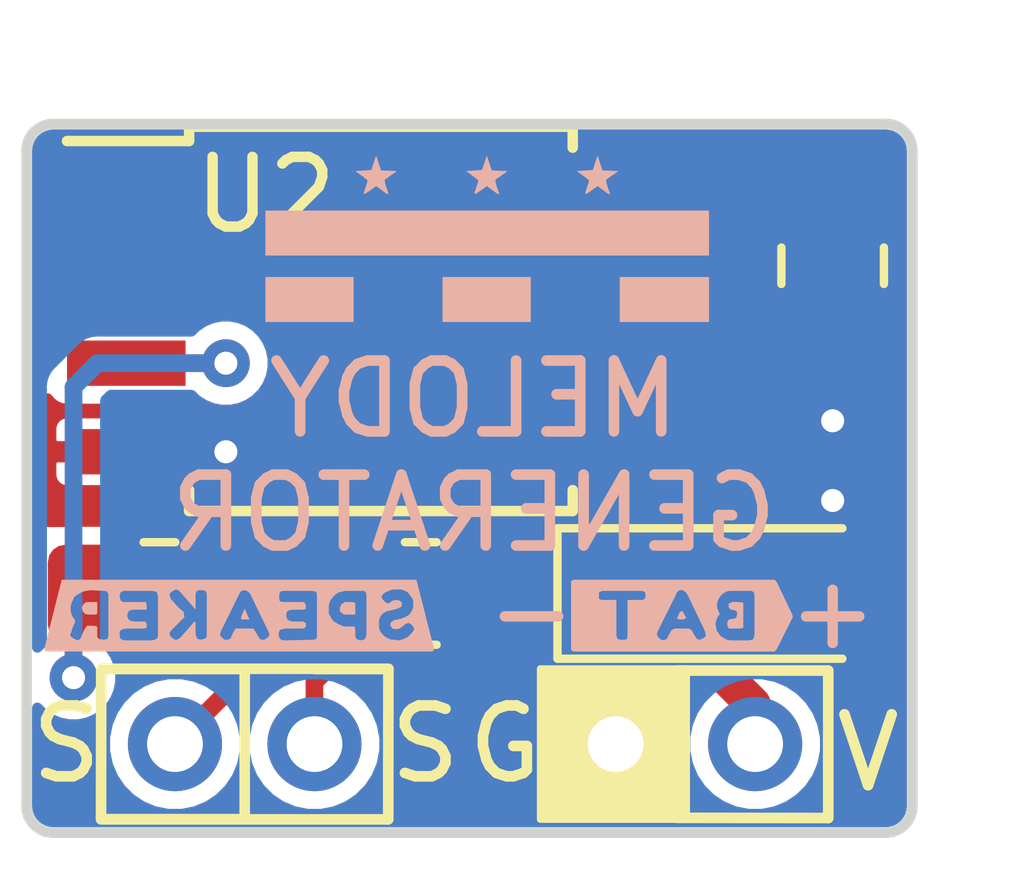
<source format=kicad_pcb>
(kicad_pcb (version 20171130) (host pcbnew 5.1.9+dfsg1-1~bpo10+1)

  (general
    (thickness 1.6)
    (drawings 25)
    (tracks 30)
    (zones 0)
    (modules 10)
    (nets 11)
  )

  (page USLetter)
  (title_block
    (title "ATtiny85 Melody Generator")
    (date 2021-03-31)
    (rev 0)
  )

  (layers
    (0 F.Cu signal)
    (31 B.Cu signal)
    (34 B.Paste user hide)
    (35 F.Paste user hide)
    (36 B.SilkS user)
    (37 F.SilkS user)
    (38 B.Mask user hide)
    (39 F.Mask user hide)
    (40 Dwgs.User user hide)
    (44 Edge.Cuts user)
    (45 Margin user hide)
    (46 B.CrtYd user hide)
    (47 F.CrtYd user hide)
    (48 B.Fab user hide)
    (49 F.Fab user hide)
  )

  (setup
    (last_trace_width 0.254)
    (user_trace_width 0.1524)
    (user_trace_width 0.381)
    (user_trace_width 0.508)
    (user_trace_width 0.635)
    (user_trace_width 0.762)
    (user_trace_width 1.27)
    (user_trace_width 2.032)
    (trace_clearance 0.254)
    (zone_clearance 0.1524)
    (zone_45_only no)
    (trace_min 0.14986)
    (via_size 0.6858)
    (via_drill 0.3302)
    (via_min_size 0.6858)
    (via_min_drill 0.3302)
    (user_via 0.6858 0.3302)
    (user_via 0.762 0.381)
    (user_via 1.016 0.508)
    (user_via 1.27 0.635)
    (uvia_size 0.6858)
    (uvia_drill 0.3302)
    (uvias_allowed no)
    (uvia_min_size 0)
    (uvia_min_drill 0)
    (edge_width 0.1524)
    (segment_width 0.1524)
    (pcb_text_width 0.1524)
    (pcb_text_size 1.016 1.016)
    (mod_edge_width 0.1524)
    (mod_text_size 1.016 1.016)
    (mod_text_width 0.1524)
    (pad_size 1.35 1.35)
    (pad_drill 0.8)
    (pad_to_mask_clearance 0.0508)
    (solder_mask_min_width 0.1016)
    (pad_to_paste_clearance -0.0508)
    (aux_axis_origin 0 0)
    (visible_elements FFFFDF7D)
    (pcbplotparams
      (layerselection 0x310fc_80000001)
      (usegerberextensions true)
      (usegerberattributes false)
      (usegerberadvancedattributes false)
      (creategerberjobfile false)
      (excludeedgelayer true)
      (linewidth 0.100000)
      (plotframeref false)
      (viasonmask false)
      (mode 1)
      (useauxorigin false)
      (hpglpennumber 1)
      (hpglpenspeed 20)
      (hpglpendiameter 15.000000)
      (psnegative false)
      (psa4output false)
      (plotreference true)
      (plotvalue true)
      (plotinvisibletext false)
      (padsonsilk false)
      (subtractmaskfromsilk false)
      (outputformat 1)
      (mirror false)
      (drillshape 0)
      (scaleselection 1)
      (outputdirectory "gerbers"))
  )

  (net 0 "")
  (net 1 GND)
  (net 2 VCC)
  (net 3 "Net-(J2-Pad2)")
  (net 4 "Net-(J2-Pad1)")
  (net 5 "Net-(R1-Pad2)")
  (net 6 "Net-(R2-Pad2)")
  (net 7 "Net-(U2-Pad1)")
  (net 8 "Net-(U2-Pad2)")
  (net 9 "Net-(U2-Pad5)")
  (net 10 "Net-(U2-Pad7)")

  (net_class Default "This is the default net class."
    (clearance 0.254)
    (trace_width 0.254)
    (via_dia 0.6858)
    (via_drill 0.3302)
    (uvia_dia 0.6858)
    (uvia_drill 0.3302)
    (add_net GND)
    (add_net "Net-(J2-Pad1)")
    (add_net "Net-(J2-Pad2)")
    (add_net "Net-(R1-Pad2)")
    (add_net "Net-(R2-Pad2)")
    (add_net "Net-(U2-Pad1)")
    (add_net "Net-(U2-Pad2)")
    (add_net "Net-(U2-Pad5)")
    (add_net "Net-(U2-Pad7)")
    (add_net VCC)
  )

  (module buzzard_labels (layer B.Cu) (tedit 6046D8F) (tstamp 6046DC45)
    (at 135.89 91.3765 180)
    (attr virtual)
    (fp_text reference "" (at 0 0) (layer B.SilkS)
      (effects (font (size 1.27 1.27) (thickness 0.15)) (justify mirror))
    )
    (fp_text value "" (at 0 0) (layer B.SilkS)
      (effects (font (size 1.27 1.27) (thickness 0.15)) (justify mirror))
    )
    (fp_poly (pts (xy -0.13 0.06) (xy -0.18 -0.03) (xy -0.15 -0.05) (xy -0.1 -0.05)
      (xy -0.06 -0.04) (xy -0.1 0.05) (xy -0.13 0.06)) (layer B.SilkS) (width 0.01))
    (fp_poly (pts (xy -0.78 -0.09) (xy -0.8 -0.06) (xy -0.86 -0.05) (xy -0.9 -0.04)
      (xy -0.92 0) (xy -0.92 0.06) (xy -0.89 0.08) (xy -0.83 0.09)
      (xy -0.8 0.12) (xy -0.8 0.17) (xy -0.85 0.19) (xy -0.95 0.19)
      (xy -1 0.18) (xy -1 -0.17) (xy -0.96 -0.18) (xy -0.85 -0.18)
      (xy -0.8 -0.18) (xy -0.78 -0.14) (xy -0.78 -0.09)) (layer B.SilkS) (width 0.01))
    (fp_poly (pts (xy -1.24 0.51) (xy -1.45 0.51) (xy -1.48 0.48) (xy -1.7 0.02)
      (xy -1.71 -0.02) (xy -1.48 -0.48) (xy -1.45 -0.51) (xy 1.44 -0.51)
      (xy 1.46 -0.48) (xy 1.46 0.49) (xy 1.43 0.51) (xy 1.07 0.34)
      (xy 1.07 0.29) (xy 1.07 0.24) (xy 1.03 0.22) (xy 0.97 0.22)
      (xy 0.82 0.22) (xy 0.82 -0.29) (xy 0.8 -0.34) (xy 0.76 -0.35)
      (xy 0.7 -0.35) (xy 0.66 -0.34) (xy 0.65 -0.29) (xy 0.65 0.17)
      (xy 0.65 0.22) (xy 0.44 0.22) (xy 0.4 0.24) (xy 0.39 0.29)
      (xy 0.4 0.34) (xy 0.44 0.36) (xy 0.46 0.36) (xy 1.02 0.36)
      (xy 1.06 0.34) (xy 1.43 0.51) (xy -1.21 0.51) (xy -1.12 0.36)
      (xy -1.06 0.36) (xy -0.86 0.36) (xy -0.81 0.36) (xy -0.76 0.35)
      (xy -0.71 0.32) (xy -0.68 0.29) (xy -0.65 0.25) (xy -0.63 0.2)
      (xy -0.62 0.15) (xy -0.63 0.1) (xy -0.65 0.05) (xy -0.66 0.02)
      (xy -0.63 -0.02) (xy -0.61 -0.07) (xy -0.6 -0.12) (xy -0.61 -0.17)
      (xy -0.62 -0.22) (xy -0.47 -0.26) (xy -0.45 -0.2) (xy -0.21 0.3)
      (xy -0.18 0.34) (xy -0.14 0.37) (xy -0.09 0.37) (xy -0.05 0.34)
      (xy -0.03 0.29) (xy 0.22 -0.21) (xy 0.24 -0.26) (xy 0.23 -0.3)
      (xy 0.19 -0.34) (xy 0.14 -0.36) (xy 0.09 -0.34) (xy 0.07 -0.3)
      (xy 0.02 -0.21) (xy -0.02 -0.19) (xy -0.22 -0.19) (xy -0.26 -0.21)
      (xy -0.31 -0.3) (xy -0.34 -0.34) (xy -0.38 -0.35) (xy -0.43 -0.33)
      (xy -0.47 -0.3) (xy -0.47 -0.26) (xy -0.62 -0.22) (xy -0.65 -0.26)
      (xy -0.68 -0.3) (xy -0.73 -0.33) (xy -0.77 -0.35) (xy -0.82 -0.36)
      (xy -1.08 -0.36) (xy -1.14 -0.35) (xy -1.16 -0.32) (xy -1.17 -0.27)
      (xy -1.17 0.29) (xy -1.16 0.34) (xy -1.12 0.36) (xy -1.21 0.51)
      (xy -1.24 0.51)) (layer B.SilkS) (width 0.01))
  )

  (module buzzard_labels (layer B.Cu) (tedit 6046D8C) (tstamp 6046DB47)
    (at 129.667 91.3765 180)
    (attr virtual)
    (fp_text reference "" (at 0 0) (layer B.SilkS)
      (effects (font (size 1.27 1.27) (thickness 0.15)) (justify mirror))
    )
    (fp_text value "" (at 0 0) (layer B.SilkS)
      (effects (font (size 1.27 1.27) (thickness 0.15)) (justify mirror))
    )
    (fp_poly (pts (xy 2.06 0.02) (xy 2.16 0.02) (xy 2.21 0.03) (xy 2.24 0.07)
      (xy 2.25 0.12) (xy 2.23 0.16) (xy 2.19 0.19) (xy 2.14 0.19)
      (xy 2.09 0.19) (xy 2.04 0.19) (xy 2.04 0.03) (xy 2.06 0.02)) (layer B.SilkS) (width 0.01))
    (fp_poly (pts (xy -0.08 0.09) (xy -0.12 -0.01) (xy -0.14 -0.05) (xy -0.04 -0.05)
      (xy -0.03 -0.03) (xy -0.07 0.07) (xy -0.08 0.09)) (layer B.SilkS) (width 0.01))
    (fp_poly (pts (xy -1.49 0.03) (xy -1.45 0.06) (xy -1.45 0.12) (xy -1.47 0.16)
      (xy -1.52 0.19) (xy -1.62 0.19) (xy -1.66 0.18) (xy -1.66 0.02)
      (xy -1.61 0.02) (xy -1.51 0.02) (xy -1.49 0.03)) (layer B.SilkS) (width 0.01))
    (fp_poly (pts (xy -2.54 0.5) (xy -2.42 0.34) (xy -2.38 0.36) (xy -2.33 0.38)
      (xy -2.27 0.38) (xy -2.22 0.38) (xy -2.17 0.37) (xy -2.12 0.35)
      (xy -2.08 0.33) (xy -2.04 0.29) (xy -2.04 0.25) (xy -2.08 0.2)
      (xy -2.12 0.17) (xy -2.16 0.18) (xy -2.2 0.21) (xy -2.25 0.22)
      (xy -2.3 0.21) (xy -2.33 0.18) (xy -2.32 0.13) (xy -2.28 0.11)
      (xy -2.18 0.08) (xy -2.12 0.07) (xy -2.08 0.05) (xy -2.04 0.02)
      (xy -2.01 -0.03) (xy -2 -0.07) (xy -2 -0.13) (xy -2 -0.18)
      (xy -2.02 -0.23) (xy -1.83 -0.27) (xy -1.83 0.29) (xy -1.82 0.34)
      (xy -1.79 0.36) (xy -1.72 0.36) (xy -1.52 0.36) (xy -1.48 0.35)
      (xy -1.43 0.34) (xy -1.38 0.31) (xy -1.34 0.27) (xy -1.31 0.23)
      (xy -1.29 0.19) (xy -1.12 0.26) (xy -1.12 0.32) (xy -1.1 0.35)
      (xy -1.04 0.36) (xy -0.63 0.36) (xy -0.59 0.35) (xy -0.57 0.31)
      (xy -0.57 0.24) (xy -0.58 0.2) (xy -0.63 0.19) (xy -0.93 0.19)
      (xy -0.95 0.15) (xy -0.95 0.1) (xy -0.92 0.09) (xy -0.76 0.09)
      (xy -0.71 0.08) (xy -0.68 0.06) (xy -0.67 0) (xy -0.68 -0.05)
      (xy -0.72 -0.08) (xy -0.77 -0.09) (xy -0.92 -0.09) (xy -0.95 -0.11)
      (xy -0.95 -0.16) (xy -0.92 -0.18) (xy -0.67 -0.18) (xy -0.62 -0.19)
      (xy -0.58 -0.2) (xy -0.56 -0.25) (xy -0.44 -0.28) (xy -0.43 -0.24)
      (xy -0.16 0.32) (xy -0.13 0.35) (xy -0.08 0.37) (xy -0.03 0.36)
      (xy 0 0.32) (xy 0.27 -0.23) (xy 0.28 -0.28) (xy 0.46 -0.25)
      (xy 0.46 0.31) (xy 0.47 0.35) (xy 0.51 0.37) (xy 0.58 0.37)
      (xy 0.62 0.35) (xy 0.63 0.3) (xy 0.63 0.1) (xy 0.83 0.33)
      (xy 0.87 0.37) (xy 0.91 0.38) (xy 0.95 0.36) (xy 1 0.32)
      (xy 1 0.28) (xy 1.16 0.27) (xy 1.17 0.33) (xy 1.19 0.35)
      (xy 1.25 0.36) (xy 1.6 0.36) (xy 1.66 0.36) (xy 1.7 0.34)
      (xy 1.72 0.3) (xy 1.71 0.23) (xy 1.69 0.2) (xy 1.65 0.19)
      (xy 1.34 0.19) (xy 1.33 0.15) (xy 1.33 0.09) (xy 1.37 0.09)
      (xy 1.53 0.09) (xy 1.57 0.08) (xy 1.6 0.05) (xy 1.61 -0.01)
      (xy 1.59 -0.06) (xy 1.56 -0.08) (xy 1.5 -0.09) (xy 1.35 -0.09)
      (xy 1.33 -0.12) (xy 1.33 -0.17) (xy 1.37 -0.18) (xy 1.62 -0.18)
      (xy 1.67 -0.19) (xy 1.71 -0.21) (xy 1.72 -0.27) (xy 1.87 -0.25)
      (xy 1.87 0.31) (xy 1.89 0.35) (xy 1.93 0.36) (xy 2.14 0.37)
      (xy 2.19 0.36) (xy 2.24 0.35) (xy 2.28 0.33) (xy 2.33 0.3)
      (xy 2.37 0.27) (xy 2.39 0.22) (xy 2.41 0.18) (xy 2.42 0.13)
      (xy 2.42 0.07) (xy 2.41 0.02) (xy 2.39 -0.02) (xy 2.36 -0.06)
      (xy 2.36 -0.1) (xy 2.4 -0.19) (xy 2.41 -0.23) (xy 2.43 -0.28)
      (xy 2.41 -0.31) (xy 2.36 -0.34) (xy 2.31 -0.36) (xy 2.27 -0.33)
      (xy 2.22 -0.21) (xy 2.18 -0.15) (xy 2.08 -0.15) (xy 2.04 -0.16)
      (xy 2.04 -0.27) (xy 2.04 -0.31) (xy 2.01 -0.34) (xy 1.94 -0.35)
      (xy 1.89 -0.34) (xy 1.87 -0.3) (xy 1.87 -0.25) (xy 1.72 -0.27)
      (xy 1.71 -0.33) (xy 1.68 -0.35) (xy 1.63 -0.36) (xy 1.27 -0.36)
      (xy 1.21 -0.35) (xy 1.17 -0.33) (xy 1.16 -0.29) (xy 1.16 -0.24)
      (xy 1.16 0.27) (xy 1 0.28) (xy 0.98 0.23) (xy 0.95 0.2)
      (xy 0.89 0.13) (xy 0.8 0.05) (xy 0.79 -0.02) (xy 0.97 -0.2)
      (xy 1 -0.24) (xy 1 -0.28) (xy 0.97 -0.32) (xy 0.92 -0.35)
      (xy 0.89 -0.35) (xy 0.84 -0.32) (xy 0.64 -0.09) (xy 0.63 -0.1)
      (xy 0.63 -0.25) (xy 0.62 -0.3) (xy 0.6 -0.34) (xy 0.54 -0.35)
      (xy 0.48 -0.33) (xy 0.46 -0.3) (xy 0.46 -0.25) (xy 0.28 -0.28)
      (xy 0.26 -0.31) (xy 0.21 -0.35) (xy 0.16 -0.35) (xy 0.12 -0.33)
      (xy 0.08 -0.24) (xy 0.05 -0.19) (xy -0.2 -0.19) (xy -0.23 -0.23)
      (xy -0.28 -0.32) (xy -0.31 -0.35) (xy -0.36 -0.35) (xy -0.41 -0.32)
      (xy -0.44 -0.28) (xy -0.56 -0.26) (xy -0.57 -0.32) (xy -0.6 -0.35)
      (xy -0.65 -0.36) (xy -1.06 -0.35) (xy -1.11 -0.34) (xy -1.12 -0.3)
      (xy -1.12 -0.25) (xy -1.12 0.26) (xy -1.29 0.19) (xy -1.28 0.14)
      (xy -1.28 0.08) (xy -1.28 0.03) (xy -1.3 -0.01) (xy -1.33 -0.06)
      (xy -1.36 -0.09) (xy -1.41 -0.12) (xy -1.45 -0.14) (xy -1.5 -0.16)
      (xy -1.55 -0.16) (xy -1.65 -0.16) (xy -1.66 -0.2) (xy -1.66 -0.25)
      (xy -1.66 -0.3) (xy -1.68 -0.34) (xy -1.73 -0.36) (xy -1.79 -0.35)
      (xy -1.82 -0.32) (xy -1.83 -0.27) (xy -2.02 -0.23) (xy -2.05 -0.27)
      (xy -2.08 -0.3) (xy -2.13 -0.33) (xy -2.18 -0.35) (xy -2.23 -0.35)
      (xy -2.28 -0.36) (xy -2.33 -0.35) (xy -2.38 -0.33) (xy -2.42 -0.31)
      (xy -2.46 -0.27) (xy -2.51 -0.21) (xy -2.51 -0.17) (xy -2.47 -0.12)
      (xy -2.43 -0.1) (xy -2.39 -0.11) (xy -2.34 -0.15) (xy -2.3 -0.18)
      (xy -2.25 -0.19) (xy -2.2 -0.18) (xy -2.17 -0.14) (xy -2.18 -0.1)
      (xy -2.22 -0.07) (xy -2.32 -0.05) (xy -2.37 -0.03) (xy -2.41 -0.01)
      (xy -2.45 0.02) (xy -2.48 0.07) (xy -2.5 0.11) (xy -2.5 0.16)
      (xy -2.5 0.22) (xy -2.48 0.26) (xy -2.45 0.3) (xy -2.42 0.34)
      (xy -2.54 0.5) (xy -2.79 -0.48) (xy -2.77 -0.51) (xy 2.77 -0.51)
      (xy 2.79 -0.48) (xy 2.54 0.51) (xy 2.49 0.51) (xy -2.54 0.51)
      (xy -2.54 0.5)) (layer B.SilkS) (width 0.01))
  )

  (module User_PCB_Libraries:DCelectronics_logo3 (layer B.Cu) (tedit 0) (tstamp 60473545)
    (at 133.223 86.36 180)
    (fp_text reference G*** (at 0 0) (layer B.SilkS) hide
      (effects (font (size 1.524 1.524) (thickness 0.3)) (justify mirror))
    )
    (fp_text value LOGO (at 0.75 0) (layer B.SilkS) hide
      (effects (font (size 1.524 1.524) (thickness 0.3)) (justify mirror))
    )
    (fp_poly (pts (xy -1.905 -0.801309) (xy -3.175 -0.801309) (xy -3.175 -0.166309) (xy -1.905 -0.166309)
      (xy -1.905 -0.801309)) (layer B.SilkS) (width 0.01))
    (fp_poly (pts (xy 0.635 -0.801309) (xy -0.619881 -0.801309) (xy -0.619881 -0.166309) (xy 0.635 -0.166309)
      (xy 0.635 -0.801309)) (layer B.SilkS) (width 0.01))
    (fp_poly (pts (xy 3.175 -0.801309) (xy 1.920119 -0.801309) (xy 1.920119 -0.166309) (xy 3.175 -0.166309)
      (xy 3.175 -0.801309)) (layer B.SilkS) (width 0.01))
    (fp_poly (pts (xy 3.175 0.151191) (xy -3.175 0.151191) (xy -3.175 0.786191) (xy 3.175 0.786191)
      (xy 3.175 0.151191)) (layer B.SilkS) (width 0.01))
    (fp_poly (pts (xy -1.517032 1.368274) (xy -1.406879 1.360715) (xy -1.296726 1.353155) (xy -1.381311 1.292679)
      (xy -1.423596 1.261271) (xy -1.454033 1.236423) (xy -1.466206 1.223381) (xy -1.466222 1.22323)
      (xy -1.461831 1.205246) (xy -1.450084 1.167509) (xy -1.436271 1.126256) (xy -1.421184 1.079438)
      (xy -1.412203 1.045605) (xy -1.411097 1.03315) (xy -1.424914 1.038669) (xy -1.456325 1.058022)
      (xy -1.498614 1.087063) (xy -1.499888 1.087974) (xy -1.583576 1.147902) (xy -1.663864 1.087999)
      (xy -1.711798 1.052814) (xy -1.73988 1.03432) (xy -1.752107 1.030616) (xy -1.752473 1.039802)
      (xy -1.75007 1.046995) (xy -1.723376 1.124367) (xy -1.706447 1.184531) (xy -1.700183 1.223789)
      (xy -1.703596 1.237755) (xy -1.722693 1.251127) (xy -1.758006 1.276) (xy -1.792334 1.300239)
      (xy -1.867203 1.353155) (xy -1.758609 1.357577) (xy -1.650015 1.361998) (xy -1.616266 1.46341)
      (xy -1.582518 1.564822) (xy -1.517032 1.368274)) (layer B.SilkS) (width 0.01))
    (fp_poly (pts (xy 0.070468 1.368274) (xy 0.180621 1.360715) (xy 0.290774 1.353155) (xy 0.206189 1.292679)
      (xy 0.163904 1.261271) (xy 0.133467 1.236423) (xy 0.121294 1.223381) (xy 0.121278 1.22323)
      (xy 0.125669 1.205246) (xy 0.137416 1.167509) (xy 0.151229 1.126256) (xy 0.166316 1.079438)
      (xy 0.175297 1.045605) (xy 0.176403 1.03315) (xy 0.162586 1.038669) (xy 0.131175 1.058022)
      (xy 0.088886 1.087063) (xy 0.087612 1.087974) (xy 0.003924 1.147902) (xy -0.076364 1.087999)
      (xy -0.124298 1.052814) (xy -0.15238 1.03432) (xy -0.164607 1.030616) (xy -0.164973 1.039802)
      (xy -0.16257 1.046995) (xy -0.135876 1.124367) (xy -0.118947 1.184531) (xy -0.112683 1.223789)
      (xy -0.116096 1.237755) (xy -0.135193 1.251127) (xy -0.170506 1.276) (xy -0.204834 1.300239)
      (xy -0.279703 1.353155) (xy -0.171109 1.357577) (xy -0.062515 1.361998) (xy -0.028766 1.46341)
      (xy 0.004982 1.564822) (xy 0.070468 1.368274)) (layer B.SilkS) (width 0.01))
    (fp_poly (pts (xy 1.657968 1.368274) (xy 1.768121 1.360715) (xy 1.878274 1.353155) (xy 1.793689 1.292679)
      (xy 1.751404 1.261271) (xy 1.720967 1.236423) (xy 1.708794 1.223381) (xy 1.708778 1.22323)
      (xy 1.713169 1.205246) (xy 1.724916 1.167509) (xy 1.738729 1.126256) (xy 1.753816 1.079438)
      (xy 1.762797 1.045605) (xy 1.763903 1.03315) (xy 1.750086 1.038669) (xy 1.718675 1.058022)
      (xy 1.676386 1.087063) (xy 1.675112 1.087974) (xy 1.591424 1.147902) (xy 1.511136 1.087999)
      (xy 1.463202 1.052814) (xy 1.43512 1.03432) (xy 1.422893 1.030616) (xy 1.422527 1.039802)
      (xy 1.42493 1.046995) (xy 1.451624 1.124367) (xy 1.468553 1.184531) (xy 1.474817 1.223789)
      (xy 1.471404 1.237755) (xy 1.452307 1.251127) (xy 1.416994 1.276) (xy 1.382666 1.300239)
      (xy 1.307797 1.353155) (xy 1.416391 1.357577) (xy 1.524985 1.361998) (xy 1.558734 1.46341)
      (xy 1.592482 1.564822) (xy 1.657968 1.368274)) (layer B.SilkS) (width 0.01))
  )

  (module Resistor_SMD:R_0805_2012Metric_Pad1.20x1.40mm_HandSolder (layer F.Cu) (tedit 5F68FEEE) (tstamp 60472760)
    (at 128.524 91.059 180)
    (descr "Resistor SMD 0805 (2012 Metric), square (rectangular) end terminal, IPC_7351 nominal with elongated pad for handsoldering. (Body size source: IPC-SM-782 page 72, https://www.pcb-3d.com/wordpress/wp-content/uploads/ipc-sm-782a_amendment_1_and_2.pdf), generated with kicad-footprint-generator")
    (tags "resistor handsolder")
    (path /6046E56C)
    (attr smd)
    (fp_text reference R2 (at 0 -1.65 180) (layer F.SilkS) hide
      (effects (font (size 1 1) (thickness 0.15)))
    )
    (fp_text value 33 (at 0 1.65 180) (layer F.Fab)
      (effects (font (size 1 1) (thickness 0.15)))
    )
    (fp_line (start 1.85 0.95) (end -1.85 0.95) (layer F.CrtYd) (width 0.05))
    (fp_line (start 1.85 -0.95) (end 1.85 0.95) (layer F.CrtYd) (width 0.05))
    (fp_line (start -1.85 -0.95) (end 1.85 -0.95) (layer F.CrtYd) (width 0.05))
    (fp_line (start -1.85 0.95) (end -1.85 -0.95) (layer F.CrtYd) (width 0.05))
    (fp_line (start -0.227064 0.735) (end 0.227064 0.735) (layer F.SilkS) (width 0.12))
    (fp_line (start -0.227064 -0.735) (end 0.227064 -0.735) (layer F.SilkS) (width 0.12))
    (fp_line (start 1 0.625) (end -1 0.625) (layer F.Fab) (width 0.1))
    (fp_line (start 1 -0.625) (end 1 0.625) (layer F.Fab) (width 0.1))
    (fp_line (start -1 -0.625) (end 1 -0.625) (layer F.Fab) (width 0.1))
    (fp_line (start -1 0.625) (end -1 -0.625) (layer F.Fab) (width 0.1))
    (fp_text user %R (at 0 0 180) (layer F.Fab)
      (effects (font (size 0.5 0.5) (thickness 0.08)))
    )
    (pad 2 smd roundrect (at 1 0 180) (size 1.2 1.4) (layers F.Cu F.Paste F.Mask) (roundrect_rratio 0.208333)
      (net 6 "Net-(R2-Pad2)"))
    (pad 1 smd roundrect (at -1 0 180) (size 1.2 1.4) (layers F.Cu F.Paste F.Mask) (roundrect_rratio 0.208333)
      (net 3 "Net-(J2-Pad2)"))
    (model ${KISYS3DMOD}/Resistor_SMD.3dshapes/R_0805_2012Metric.wrl
      (at (xyz 0 0 0))
      (scale (xyz 1 1 1))
      (rotate (xyz 0 0 0))
    )
  )

  (module Connector_PinHeader_2.00mm:PinHeader_1x02_P2.00mm_Vertical (layer F.Cu) (tedit 6046CBAC) (tstamp 6047273F)
    (at 130.7465 93.218 270)
    (descr "Through hole straight pin header, 1x02, 2.00mm pitch, single row")
    (tags "Through hole pin header THT 1x02 2.00mm single row")
    (path /6046EBE1)
    (fp_text reference J2 (at 0 -2.06 90) (layer F.SilkS) hide
      (effects (font (size 1 1) (thickness 0.15)))
    )
    (fp_text value Conn_01x02_Male (at 0 4.06 90) (layer F.Fab)
      (effects (font (size 1 1) (thickness 0.15)))
    )
    (fp_line (start 1.5 -1.5) (end -1.5 -1.5) (layer F.CrtYd) (width 0.05))
    (fp_line (start 1.5 3.5) (end 1.5 -1.5) (layer F.CrtYd) (width 0.05))
    (fp_line (start -1.5 3.5) (end 1.5 3.5) (layer F.CrtYd) (width 0.05))
    (fp_line (start -1.5 -1.5) (end -1.5 3.5) (layer F.CrtYd) (width 0.05))
    (fp_line (start -1.06 -1.06) (end 0 -1.06) (layer F.SilkS) (width 0.12))
    (fp_line (start -1.06 0) (end -1.06 -1.06) (layer F.SilkS) (width 0.12))
    (fp_line (start -1.06 1) (end 1.06 1) (layer F.SilkS) (width 0.12))
    (fp_line (start 1.06 1) (end 1.06 3.06) (layer F.SilkS) (width 0.12))
    (fp_line (start -1.06 1) (end -1.06 3.06) (layer F.SilkS) (width 0.12))
    (fp_line (start -1.06 3.06) (end 1.06 3.06) (layer F.SilkS) (width 0.12))
    (fp_line (start -1 -0.5) (end -0.5 -1) (layer F.Fab) (width 0.1))
    (fp_line (start -1 3) (end -1 -0.5) (layer F.Fab) (width 0.1))
    (fp_line (start 1 3) (end -1 3) (layer F.Fab) (width 0.1))
    (fp_line (start 1 -1) (end 1 3) (layer F.Fab) (width 0.1))
    (fp_line (start -0.5 -1) (end 1 -1) (layer F.Fab) (width 0.1))
    (fp_text user %R (at 0 1) (layer F.Fab)
      (effects (font (size 1 1) (thickness 0.15)))
    )
    (pad 2 thru_hole oval (at 0 2 270) (size 1.35 1.35) (drill 0.8) (layers *.Cu *.Mask)
      (net 3 "Net-(J2-Pad2)"))
    (pad 1 thru_hole circle (at 0 0 270) (size 1.35 1.35) (drill 0.8) (layers *.Cu *.Mask)
      (net 4 "Net-(J2-Pad1)"))
  )

  (module Capacitor_SMD:C_0805_2012Metric_Pad1.18x1.45mm_HandSolder (layer F.Cu) (tedit 5FF64068) (tstamp 601472ED)
    (at 138.176 86.36 270)
    (descr "Capacitor SMD 0805 (2012 Metric), square (rectangular) end terminal, IPC_7351 nominal with elongated pad for handsoldering. (Body size source: IPC-SM-782 page 76, https://www.pcb-3d.com/wordpress/wp-content/uploads/ipc-sm-782a_amendment_1_and_2.pdf, https://docs.google.com/spreadsheets/d/1BsfQQcO9C6DZCsRaXUlFlo91Tg2WpOkGARC1WS5S8t0/edit?usp=sharing), generated with kicad-footprint-generator")
    (tags "capacitor handsolder")
    (path /5FF6755D)
    (attr smd)
    (fp_text reference C1 (at -0.127 0) (layer F.SilkS) hide
      (effects (font (size 1 1) (thickness 0.15)))
    )
    (fp_text value 100nF (at 0 1.68 270) (layer F.Fab)
      (effects (font (size 1 1) (thickness 0.15)))
    )
    (fp_line (start -1 0.625) (end -1 -0.625) (layer F.Fab) (width 0.1))
    (fp_line (start -1 -0.625) (end 1 -0.625) (layer F.Fab) (width 0.1))
    (fp_line (start 1 -0.625) (end 1 0.625) (layer F.Fab) (width 0.1))
    (fp_line (start 1 0.625) (end -1 0.625) (layer F.Fab) (width 0.1))
    (fp_line (start -0.261252 -0.735) (end 0.261252 -0.735) (layer F.SilkS) (width 0.12))
    (fp_line (start -0.261252 0.735) (end 0.261252 0.735) (layer F.SilkS) (width 0.12))
    (fp_line (start -1.88 0.98) (end -1.88 -0.98) (layer F.CrtYd) (width 0.05))
    (fp_line (start -1.88 -0.98) (end 1.88 -0.98) (layer F.CrtYd) (width 0.05))
    (fp_line (start 1.88 -0.98) (end 1.88 0.98) (layer F.CrtYd) (width 0.05))
    (fp_line (start 1.88 0.98) (end -1.88 0.98) (layer F.CrtYd) (width 0.05))
    (fp_text user %R (at 0 0 270) (layer F.Fab)
      (effects (font (size 0.5 0.5) (thickness 0.08)))
    )
    (pad 2 smd roundrect (at 1.0375 0 270) (size 1.175 1.45) (layers F.Cu F.Paste F.Mask) (roundrect_rratio 0.212766)
      (net 1 GND))
    (pad 1 smd roundrect (at -1.0375 0 270) (size 1.175 1.45) (layers F.Cu F.Paste F.Mask) (roundrect_rratio 0.212766)
      (net 2 VCC))
    (model ${KISYS3DMOD}/Capacitor_SMD.3dshapes/C_0805_2012Metric.wrl
      (at (xyz 0 0 0))
      (scale (xyz 1 1 1))
      (rotate (xyz 0 0 0))
    )
  )

  (module Capacitor_Tantalum_SMD:CP_EIA-3216-10_Kemet-I_Pad1.58x1.35mm_HandSolder (layer F.Cu) (tedit 5FF6407A) (tstamp 60147300)
    (at 136.7155 91.059)
    (descr "Tantalum Capacitor SMD Kemet-I (3216-10 Metric), IPC_7351 nominal, (Body size from: http://www.kemet.com/Lists/ProductCatalog/Attachments/253/KEM_TC101_STD.pdf), generated with kicad-footprint-generator")
    (tags "capacitor tantalum")
    (path /5FF5F73A)
    (attr smd)
    (fp_text reference C2 (at 0 0 90) (layer F.SilkS) hide
      (effects (font (size 1 1) (thickness 0.15)))
    )
    (fp_text value 100uF (at 0 1.75) (layer F.Fab)
      (effects (font (size 1 1) (thickness 0.15)))
    )
    (fp_line (start 2.48 1.05) (end -2.48 1.05) (layer F.CrtYd) (width 0.05))
    (fp_line (start 2.48 -1.05) (end 2.48 1.05) (layer F.CrtYd) (width 0.05))
    (fp_line (start -2.48 -1.05) (end 2.48 -1.05) (layer F.CrtYd) (width 0.05))
    (fp_line (start -2.48 1.05) (end -2.48 -1.05) (layer F.CrtYd) (width 0.05))
    (fp_line (start -2.485 0.935) (end 1.6 0.935) (layer F.SilkS) (width 0.12))
    (fp_line (start -2.485 -0.935) (end -2.485 0.935) (layer F.SilkS) (width 0.12))
    (fp_line (start 1.6 -0.935) (end -2.485 -0.935) (layer F.SilkS) (width 0.12))
    (fp_line (start 1.6 0.8) (end 1.6 -0.8) (layer F.Fab) (width 0.1))
    (fp_line (start -1.6 0.8) (end 1.6 0.8) (layer F.Fab) (width 0.1))
    (fp_line (start -1.6 -0.4) (end -1.6 0.8) (layer F.Fab) (width 0.1))
    (fp_line (start -1.2 -0.8) (end -1.6 -0.4) (layer F.Fab) (width 0.1))
    (fp_line (start 1.6 -0.8) (end -1.2 -0.8) (layer F.Fab) (width 0.1))
    (fp_text user %R (at 0 0) (layer F.Fab)
      (effects (font (size 0.8 0.8) (thickness 0.12)))
    )
    (pad 1 smd roundrect (at -1.4375 0) (size 1.575 1.35) (layers F.Cu F.Paste F.Mask) (roundrect_rratio 0.185185)
      (net 2 VCC))
    (pad 2 smd roundrect (at 1.4375 0) (size 1.575 1.35) (layers F.Cu F.Paste F.Mask) (roundrect_rratio 0.185185)
      (net 1 GND))
    (model ${KISYS3DMOD}/Capacitor_Tantalum_SMD.3dshapes/CP_EIA-3216-10_Kemet-I.wrl
      (at (xyz 0 0 0))
      (scale (xyz 1 1 1))
      (rotate (xyz 0 0 0))
    )
  )

  (module Connector_PinHeader_2.00mm:PinHeader_1x02_P2.00mm_Vertical (layer F.Cu) (tedit 6046CBBC) (tstamp 6014736D)
    (at 137.0645 93.218 270)
    (descr "Through hole straight pin header, 1x02, 2.00mm pitch, single row")
    (tags "Through hole pin header THT 1x02 2.00mm single row")
    (path /5FF629A0)
    (fp_text reference J1 (at -1.968 0.042) (layer F.SilkS) hide
      (effects (font (size 1 1) (thickness 0.15)))
    )
    (fp_text value Conn_01x02_Male (at 0 4.06 270) (layer F.Fab)
      (effects (font (size 1 1) (thickness 0.15)))
    )
    (fp_line (start -0.5 -1) (end 1 -1) (layer F.Fab) (width 0.1))
    (fp_line (start 1 -1) (end 1 3) (layer F.Fab) (width 0.1))
    (fp_line (start 1 3) (end -1 3) (layer F.Fab) (width 0.1))
    (fp_line (start -1 3) (end -1 -0.5) (layer F.Fab) (width 0.1))
    (fp_line (start -1 -0.5) (end -0.5 -1) (layer F.Fab) (width 0.1))
    (fp_line (start -1.06 3.06) (end 1.06 3.06) (layer F.SilkS) (width 0.12))
    (fp_line (start -1.06 1) (end -1.06 3.06) (layer F.SilkS) (width 0.12))
    (fp_line (start 1.06 1) (end 1.06 3.06) (layer F.SilkS) (width 0.12))
    (fp_line (start -1.06 1) (end 1.06 1) (layer F.SilkS) (width 0.12))
    (fp_line (start -1.06 0) (end -1.06 -1.06) (layer F.SilkS) (width 0.12))
    (fp_line (start -1.06 -1.06) (end 0 -1.06) (layer F.SilkS) (width 0.12))
    (fp_line (start -1.5 -1.5) (end -1.5 3.5) (layer F.CrtYd) (width 0.05))
    (fp_line (start -1.5 3.5) (end 1.5 3.5) (layer F.CrtYd) (width 0.05))
    (fp_line (start 1.5 3.5) (end 1.5 -1.5) (layer F.CrtYd) (width 0.05))
    (fp_line (start 1.5 -1.5) (end -1.5 -1.5) (layer F.CrtYd) (width 0.05))
    (fp_text user %R (at 0 1 180) (layer F.Fab)
      (effects (font (size 1 1) (thickness 0.15)))
    )
    (pad 2 thru_hole rect (at 0 2 270) (size 1.35 1.35) (drill 0.8) (layers *.Cu *.Mask)
      (net 1 GND))
    (pad 1 thru_hole circle (at 0 0 270) (size 1.35 1.35) (drill 0.8) (layers *.Cu *.Mask)
      (net 2 VCC))
  )

  (module Resistor_SMD:R_0805_2012Metric_Pad1.20x1.40mm_HandSolder (layer F.Cu) (tedit 5FF64098) (tstamp 601473AC)
    (at 132.2705 91.059)
    (descr "Resistor SMD 0805 (2012 Metric), square (rectangular) end terminal, IPC_7351 nominal with elongated pad for handsoldering. (Body size source: IPC-SM-782 page 72, https://www.pcb-3d.com/wordpress/wp-content/uploads/ipc-sm-782a_amendment_1_and_2.pdf), generated with kicad-footprint-generator")
    (tags "resistor handsolder")
    (path /5FF5F25D)
    (attr smd)
    (fp_text reference R1 (at 0 0 270) (layer F.SilkS) hide
      (effects (font (size 1 1) (thickness 0.15)))
    )
    (fp_text value 33 (at 0 1.65 180) (layer F.Fab)
      (effects (font (size 1 1) (thickness 0.15)))
    )
    (fp_line (start 1.85 0.95) (end -1.85 0.95) (layer F.CrtYd) (width 0.05))
    (fp_line (start 1.85 -0.95) (end 1.85 0.95) (layer F.CrtYd) (width 0.05))
    (fp_line (start -1.85 -0.95) (end 1.85 -0.95) (layer F.CrtYd) (width 0.05))
    (fp_line (start -1.85 0.95) (end -1.85 -0.95) (layer F.CrtYd) (width 0.05))
    (fp_line (start -0.227064 0.735) (end 0.227064 0.735) (layer F.SilkS) (width 0.12))
    (fp_line (start -0.227064 -0.735) (end 0.227064 -0.735) (layer F.SilkS) (width 0.12))
    (fp_line (start 1 0.625) (end -1 0.625) (layer F.Fab) (width 0.1))
    (fp_line (start 1 -0.625) (end 1 0.625) (layer F.Fab) (width 0.1))
    (fp_line (start -1 -0.625) (end 1 -0.625) (layer F.Fab) (width 0.1))
    (fp_line (start -1 0.625) (end -1 -0.625) (layer F.Fab) (width 0.1))
    (fp_text user %R (at 0 0 180) (layer F.Fab)
      (effects (font (size 0.5 0.5) (thickness 0.08)))
    )
    (pad 1 smd roundrect (at -1 0) (size 1.2 1.4) (layers F.Cu F.Paste F.Mask) (roundrect_rratio 0.208333)
      (net 4 "Net-(J2-Pad1)"))
    (pad 2 smd roundrect (at 1 0) (size 1.2 1.4) (layers F.Cu F.Paste F.Mask) (roundrect_rratio 0.208333)
      (net 5 "Net-(R1-Pad2)"))
    (model ${KISYS3DMOD}/Resistor_SMD.3dshapes/R_0805_2012Metric.wrl
      (at (xyz 0 0 0))
      (scale (xyz 1 1 1))
      (rotate (xyz 0 0 0))
    )
  )

  (module Package_SO:SOIC-8W_5.3x5.3mm_P1.27mm (layer F.Cu) (tedit 5A02F2D3) (tstamp 601473E0)
    (at 131.699 87.122)
    (descr "8-Lead Plastic Small Outline (SM) - 5.28 mm Body [SOIC] (http://ww1.microchip.com/downloads/en/PackagingSpec/00000049BQ.pdf)")
    (tags "SOIC 1.27")
    (path /5FF73163)
    (attr smd)
    (fp_text reference U2 (at -1.651 -1.778 180) (layer F.SilkS)
      (effects (font (size 1 1) (thickness 0.15)))
    )
    (fp_text value ATtiny85-20SU (at 0 3.68 180) (layer F.Fab)
      (effects (font (size 1 1) (thickness 0.15)))
    )
    (fp_line (start -2.75 -2.55) (end -4.5 -2.55) (layer F.SilkS) (width 0.15))
    (fp_line (start -2.75 2.755) (end 2.75 2.755) (layer F.SilkS) (width 0.15))
    (fp_line (start -2.75 -2.755) (end 2.75 -2.755) (layer F.SilkS) (width 0.15))
    (fp_line (start -2.75 2.755) (end -2.75 2.455) (layer F.SilkS) (width 0.15))
    (fp_line (start 2.75 2.755) (end 2.75 2.455) (layer F.SilkS) (width 0.15))
    (fp_line (start 2.75 -2.755) (end 2.75 -2.455) (layer F.SilkS) (width 0.15))
    (fp_line (start -2.75 -2.755) (end -2.75 -2.55) (layer F.SilkS) (width 0.15))
    (fp_line (start -4.75 2.95) (end 4.75 2.95) (layer F.CrtYd) (width 0.05))
    (fp_line (start -4.75 -2.95) (end 4.75 -2.95) (layer F.CrtYd) (width 0.05))
    (fp_line (start 4.75 -2.95) (end 4.75 2.95) (layer F.CrtYd) (width 0.05))
    (fp_line (start -4.75 -2.95) (end -4.75 2.95) (layer F.CrtYd) (width 0.05))
    (fp_line (start -2.65 -1.65) (end -1.65 -2.65) (layer F.Fab) (width 0.15))
    (fp_line (start -2.65 2.65) (end -2.65 -1.65) (layer F.Fab) (width 0.15))
    (fp_line (start 2.65 2.65) (end -2.65 2.65) (layer F.Fab) (width 0.15))
    (fp_line (start 2.65 -2.65) (end 2.65 2.65) (layer F.Fab) (width 0.15))
    (fp_line (start -1.65 -2.65) (end 2.65 -2.65) (layer F.Fab) (width 0.15))
    (fp_text user %R (at 0 0 180) (layer F.Fab)
      (effects (font (size 1 1) (thickness 0.15)))
    )
    (pad 1 smd rect (at -3.65 -1.905) (size 1.7 0.65) (layers F.Cu F.Paste F.Mask)
      (net 7 "Net-(U2-Pad1)"))
    (pad 2 smd rect (at -3.65 -0.635) (size 1.7 0.65) (layers F.Cu F.Paste F.Mask)
      (net 8 "Net-(U2-Pad2)"))
    (pad 3 smd rect (at -3.65 0.635) (size 1.7 0.65) (layers F.Cu F.Paste F.Mask)
      (net 6 "Net-(R2-Pad2)"))
    (pad 4 smd rect (at -3.65 1.905) (size 1.7 0.65) (layers F.Cu F.Paste F.Mask)
      (net 1 GND))
    (pad 5 smd rect (at 3.65 1.905) (size 1.7 0.65) (layers F.Cu F.Paste F.Mask)
      (net 9 "Net-(U2-Pad5)"))
    (pad 6 smd rect (at 3.65 0.635) (size 1.7 0.65) (layers F.Cu F.Paste F.Mask)
      (net 5 "Net-(R1-Pad2)"))
    (pad 7 smd rect (at 3.65 -0.635) (size 1.7 0.65) (layers F.Cu F.Paste F.Mask)
      (net 10 "Net-(U2-Pad7)"))
    (pad 8 smd rect (at 3.65 -1.905) (size 1.7 0.65) (layers F.Cu F.Paste F.Mask)
      (net 2 VCC))
    (model ${KISYS3DMOD}/Package_SO.3dshapes/SO-8_5.3x6.2mm_P1.27mm.step
      (at (xyz 0 0 0))
      (scale (xyz 1 1 1))
      (rotate (xyz 0 0 0))
    )
  )

  (gr_arc (start 127 94.107) (end 126.619 94.107) (angle -90) (layer Edge.Cuts) (width 0.1524) (tstamp 60498750))
  (gr_arc (start 127 84.709) (end 127 84.328) (angle -90) (layer Edge.Cuts) (width 0.1524) (tstamp 60498750))
  (gr_arc (start 138.938 84.709) (end 139.319 84.709) (angle -90) (layer Edge.Cuts) (width 0.1524) (tstamp 60498750))
  (gr_arc (start 138.938 94.107) (end 138.938 94.488) (angle -90) (layer Edge.Cuts) (width 0.1524))
  (gr_line (start 138.1125 94.278) (end 135.9535 94.2754) (layer F.SilkS) (width 0.1524) (tstamp 604986B4))
  (gr_line (start 138.1125 92.1639) (end 135.9535 92.1639) (layer F.SilkS) (width 0.1524) (tstamp 60498648))
  (gr_line (start 138.1125 92.1639) (end 138.1125 94.278) (layer F.SilkS) (width 0.1524) (tstamp 60498648))
  (gr_text - (at 133.858 91.313) (layer B.SilkS) (tstamp 6046D720)
    (effects (font (size 1 1) (thickness 0.15)) (justify mirror))
  )
  (gr_text + (at 138.176 91.313) (layer B.SilkS) (tstamp 6046D71F)
    (effects (font (size 1 1) (thickness 0.15)) (justify mirror))
  )
  (gr_text "MELODY\nGENERATOR" (at 133.0325 89.0905) (layer B.SilkS)
    (effects (font (size 1.016 1.016) (thickness 0.1524)) (justify mirror))
  )
  (gr_text S (at 132.334 93.218) (layer F.SilkS) (tstamp 6047370B)
    (effects (font (size 1.016 1.016) (thickness 0.1524)))
  )
  (gr_line (start 127.6891 92.158) (end 127.6865 94.278) (layer F.SilkS) (width 0.1524) (tstamp 604736F9))
  (gr_line (start 131.8039 94.2975) (end 127.6865 94.2975) (layer F.SilkS) (width 0.1524))
  (gr_line (start 131.8065 92.1385) (end 131.8039 94.2975) (layer F.SilkS) (width 0.1524))
  (gr_line (start 127.6985 92.1385) (end 131.8065 92.1385) (layer F.SilkS) (width 0.1524))
  (gr_line (start 129.7465 94.2145) (end 129.7465 92.158) (layer F.SilkS) (width 0.1524))
  (gr_poly (pts (xy 133.985 94.2975) (xy 136.0805 94.2975) (xy 136.0805 92.1385) (xy 133.985 92.1385)) (layer F.SilkS) (width 0.1))
  (gr_text S (at 127.1905 93.218) (layer F.SilkS)
    (effects (font (size 1.016 1.016) (thickness 0.1524)))
  )
  (gr_text G (at 133.477 93.218) (layer F.SilkS)
    (effects (font (size 1.016 1.016) (thickness 0.1524)))
  )
  (gr_text V (at 138.684 93.345) (layer F.SilkS)
    (effects (font (size 1.016 1.016) (thickness 0.1524)))
  )
  (gr_line (start 127 84.328) (end 138.938 84.328) (layer Edge.Cuts) (width 0.1524))
  (gr_line (start 126.619 94.107) (end 126.619 84.709) (layer Edge.Cuts) (width 0.1524))
  (gr_line (start 138.938 94.488) (end 127 94.488) (layer Edge.Cuts) (width 0.1524))
  (gr_line (start 139.319 84.709) (end 139.319 94.107) (layer Edge.Cuts) (width 0.1524))
  (gr_text "FABRICATION NOTES\n\n1. THIS IS A 2 LAYER BOARD. \n2. EXTERNAL LAYERS SHALL HAVE 1 OZ COPPER.\n3. MATERIAL: FR4 AND 0.062 INCH +/- 10% THICK.\n4. BOARDS SHALL BE ROHS COMPLIANT. \n5. MANUFACTURE IN ACCORDANCE WITH IPC-6012 CLASS 2\n6. MASK: BOTH SIDES OF THE BOARD SHALL HAVE \n   SOLDER MASK (ANY COLOR) OVER BARE COPPER. \n7. SILK: BOTH SIDES OF THE BOARD SHALL HAVE \n   WHITE SILKSCREEN. DO NOT PLACE SILK OVER BARE COPPER.\n8. FINISH: ENIG.\n9. MINIMUM TRACE WIDTH - 0.006 INCH.\n   MINIMUM SPACE - 0.006 INCH.\n   MINIMUM HOLE DIA - 0.013 INCH. \n10. MAX HOLE PLACEMENT TOLERANCE OF +/- 0.003 INCH.\n11. MAX HOLE DIAMETER TOLERANCE OF +/- 0.003 INCH AFTER PLATING." (at 16.51 171.45) (layer Dwgs.User)
    (effects (font (size 2.032 2.032) (thickness 0.254)) (justify left))
  )

  (via (at 138.176 89.7255) (size 0.6858) (drill 0.3302) (layers F.Cu B.Cu) (net 1))
  (via (at 138.176 88.5825) (size 0.6858) (drill 0.3302) (layers F.Cu B.Cu) (net 1))
  (via (at 129.4765 89.027) (size 0.6858) (drill 0.3302) (layers F.Cu B.Cu) (net 1))
  (segment (start 138.1125 85.2805) (end 138.049 85.217) (width 0.508) (layer F.Cu) (net 2))
  (segment (start 138.049 85.217) (end 135.382 85.217) (width 0.508) (layer F.Cu) (net 2))
  (segment (start 136.779 86.614) (end 138.1125 85.2805) (width 0.508) (layer F.Cu) (net 2))
  (segment (start 136.779 89.662) (end 136.779 86.614) (width 0.508) (layer F.Cu) (net 2))
  (segment (start 135.278 91.059) (end 135.382 91.059) (width 0.508) (layer F.Cu) (net 2))
  (segment (start 135.382 91.059) (end 136.779 89.662) (width 0.508) (layer F.Cu) (net 2))
  (segment (start 135.382 91.059) (end 135.255 91.059) (width 0.508) (layer F.Cu) (net 2))
  (segment (start 135.4455 91.059) (end 135.382 91.059) (width 0.508) (layer F.Cu) (net 2))
  (segment (start 137.033 92.6465) (end 135.4455 91.059) (width 0.508) (layer F.Cu) (net 2))
  (segment (start 137.0645 93.218) (end 137.033 93.218) (width 0.508) (layer F.Cu) (net 2))
  (segment (start 137.033 93.218) (end 137.033 92.6465) (width 0.508) (layer F.Cu) (net 2))
  (segment (start 129.54 92.4245) (end 129.54 91.059) (width 0.254) (layer F.Cu) (net 3))
  (segment (start 128.7465 93.218) (end 129.54 92.4245) (width 0.254) (layer F.Cu) (net 3))
  (segment (start 131.2545 91.821) (end 131.2545 91.059) (width 0.254) (layer F.Cu) (net 4))
  (segment (start 130.7465 93.218) (end 130.7465 92.329) (width 0.254) (layer F.Cu) (net 4))
  (segment (start 130.7465 92.329) (end 131.2545 91.821) (width 0.254) (layer F.Cu) (net 4))
  (segment (start 135.349 87.757) (end 134.3025 87.757) (width 0.254) (layer F.Cu) (net 5))
  (segment (start 134.3025 87.757) (end 133.223 88.8365) (width 0.254) (layer F.Cu) (net 5))
  (segment (start 133.223 88.8365) (end 133.223 91.059) (width 0.254) (layer F.Cu) (net 5))
  (via (at 129.4765 87.757) (size 0.6858) (drill 0.3302) (layers F.Cu B.Cu) (net 6))
  (segment (start 128.049 87.757) (end 129.4765 87.757) (width 0.254) (layer F.Cu) (net 6))
  (via (at 127.29229 92.2655) (size 0.6858) (drill 0.3302) (layers F.Cu B.Cu) (net 6))
  (segment (start 127.29229 91.29071) (end 127.29229 92.2655) (width 0.254) (layer F.Cu) (net 6))
  (segment (start 127.524 91.059) (end 127.29229 91.29071) (width 0.254) (layer F.Cu) (net 6))
  (segment (start 127.29229 88.09971) (end 127.29229 92.2655) (width 0.254) (layer B.Cu) (net 6))
  (segment (start 129.4765 87.757) (end 127.635 87.757) (width 0.254) (layer B.Cu) (net 6))
  (segment (start 127.635 87.757) (end 127.29229 88.09971) (width 0.254) (layer B.Cu) (net 6))

  (zone (net 1) (net_name GND) (layer F.Cu) (tstamp 6022939D) (hatch edge 0.508)
    (connect_pads (clearance 0.1524))
    (min_thickness 0.14986)
    (fill yes (arc_segments 16) (thermal_gap 0.1524) (thermal_bridge_width 0.3048))
    (polygon
      (pts
        (xy 130.048 88.138) (xy 130.048 90.1065) (xy 126.238 90.1065) (xy 126.243413 88.123953)
      )
    )
    (filled_polygon
      (pts
        (xy 129.97307 88.212653) (xy 129.97307 90.03157) (xy 129.905383 90.03157) (xy 129.874001 90.028479) (xy 129.173999 90.028479)
        (xy 129.142617 90.03157) (xy 127.905383 90.03157) (xy 127.874001 90.028479) (xy 127.173999 90.028479) (xy 127.142617 90.03157)
        (xy 126.92253 90.03157) (xy 126.92253 89.352) (xy 126.97057 89.352) (xy 126.974959 89.396564) (xy 126.987958 89.439416)
        (xy 127.009067 89.478909) (xy 127.037476 89.513524) (xy 127.072091 89.541933) (xy 127.111584 89.563042) (xy 127.154436 89.576041)
        (xy 127.199 89.58043) (xy 127.914698 89.57933) (xy 127.97153 89.522498) (xy 127.97153 89.10447) (xy 128.12647 89.10447)
        (xy 128.12647 89.522498) (xy 128.183302 89.57933) (xy 128.899 89.58043) (xy 128.943564 89.576041) (xy 128.986416 89.563042)
        (xy 129.025909 89.541933) (xy 129.060524 89.513524) (xy 129.088933 89.478909) (xy 129.110042 89.439416) (xy 129.123041 89.396564)
        (xy 129.12743 89.352) (xy 129.12633 89.161302) (xy 129.069498 89.10447) (xy 128.12647 89.10447) (xy 127.97153 89.10447)
        (xy 127.028502 89.10447) (xy 126.97167 89.161302) (xy 126.97057 89.352) (xy 126.92253 89.352) (xy 126.92253 88.702)
        (xy 126.97057 88.702) (xy 126.97167 88.892698) (xy 127.028502 88.94953) (xy 127.97153 88.94953) (xy 127.97153 88.531502)
        (xy 128.12647 88.531502) (xy 128.12647 88.94953) (xy 129.069498 88.94953) (xy 129.12633 88.892698) (xy 129.12743 88.702)
        (xy 129.123041 88.657436) (xy 129.110042 88.614584) (xy 129.088933 88.575091) (xy 129.060524 88.540476) (xy 129.025909 88.512067)
        (xy 128.986416 88.490958) (xy 128.943564 88.477959) (xy 128.899 88.47357) (xy 128.183302 88.47467) (xy 128.12647 88.531502)
        (xy 127.97153 88.531502) (xy 127.914698 88.47467) (xy 127.199 88.47357) (xy 127.154436 88.477959) (xy 127.111584 88.490958)
        (xy 127.072091 88.512067) (xy 127.037476 88.540476) (xy 127.009067 88.575091) (xy 126.987958 88.614584) (xy 126.974959 88.657436)
        (xy 126.97057 88.702) (xy 126.92253 88.702) (xy 126.92253 88.262537) (xy 126.924182 88.265628) (xy 126.965286 88.315714)
        (xy 127.015372 88.356818) (xy 127.072515 88.387362) (xy 127.134519 88.40617) (xy 127.199 88.412521) (xy 128.899 88.412521)
        (xy 128.963481 88.40617) (xy 129.025485 88.387362) (xy 129.082628 88.356818) (xy 129.119564 88.326506) (xy 129.158269 88.352368)
        (xy 129.280534 88.403012) (xy 129.41033 88.42883) (xy 129.54267 88.42883) (xy 129.672466 88.403012) (xy 129.794731 88.352368)
        (xy 129.904767 88.278845) (xy 129.970967 88.212645)
      )
    )
  )
  (zone (net 1) (net_name GND) (layer B.Cu) (tstamp 6022939A) (hatch edge 0.508)
    (connect_pads (clearance 0.00254))
    (min_thickness 0.14986)
    (fill yes (arc_segments 16) (thermal_gap 0.1524) (thermal_bridge_width 0.3048) (smoothing chamfer))
    (polygon
      (pts
        (xy 126.5555 95.123) (xy 140.5255 95.123) (xy 140.462 82.55) (xy 126.492 82.55)
      )
    )
    (filled_polygon
      (pts
        (xy 138.982016 84.486723) (xy 139.024347 84.499504) (xy 139.063395 84.520266) (xy 139.097668 84.548219) (xy 139.125853 84.58229)
        (xy 139.146887 84.621191) (xy 139.159965 84.663439) (xy 139.16533 84.714478) (xy 139.165331 94.09947) (xy 139.160277 94.151015)
        (xy 139.147496 94.193348) (xy 139.126736 94.232392) (xy 139.098783 94.266665) (xy 139.06471 94.294854) (xy 139.02581 94.315887)
        (xy 138.983561 94.328965) (xy 138.932521 94.33433) (xy 127.00752 94.33433) (xy 126.955985 94.329277) (xy 126.913652 94.316496)
        (xy 126.874608 94.295736) (xy 126.840335 94.267783) (xy 126.812146 94.23371) (xy 126.791113 94.19481) (xy 126.778035 94.152561)
        (xy 126.77267 94.101521) (xy 126.77267 93.119121) (xy 127.74257 93.119121) (xy 127.74257 93.316879) (xy 127.78115 93.510836)
        (xy 127.856828 93.693539) (xy 127.966696 93.857968) (xy 128.106532 93.997804) (xy 128.270961 94.107672) (xy 128.453664 94.18335)
        (xy 128.647621 94.22193) (xy 128.845379 94.22193) (xy 129.039336 94.18335) (xy 129.222039 94.107672) (xy 129.386468 93.997804)
        (xy 129.526304 93.857968) (xy 129.636172 93.693539) (xy 129.71185 93.510836) (xy 129.7465 93.336637) (xy 129.78115 93.510836)
        (xy 129.856828 93.693539) (xy 129.966696 93.857968) (xy 130.106532 93.997804) (xy 130.270961 94.107672) (xy 130.453664 94.18335)
        (xy 130.647621 94.22193) (xy 130.845379 94.22193) (xy 131.039336 94.18335) (xy 131.222039 94.107672) (xy 131.386468 93.997804)
        (xy 131.491272 93.893) (xy 134.16107 93.893) (xy 134.165459 93.937564) (xy 134.178458 93.980416) (xy 134.199567 94.019909)
        (xy 134.227976 94.054524) (xy 134.262591 94.082933) (xy 134.302084 94.104042) (xy 134.344936 94.117041) (xy 134.3895 94.12143)
        (xy 134.930198 94.12033) (xy 134.98703 94.063498) (xy 134.98703 93.29547) (xy 135.14197 93.29547) (xy 135.14197 94.063498)
        (xy 135.198802 94.12033) (xy 135.7395 94.12143) (xy 135.784064 94.117041) (xy 135.826916 94.104042) (xy 135.866409 94.082933)
        (xy 135.901024 94.054524) (xy 135.929433 94.019909) (xy 135.950542 93.980416) (xy 135.963541 93.937564) (xy 135.96793 93.893)
        (xy 135.96683 93.352302) (xy 135.909998 93.29547) (xy 135.14197 93.29547) (xy 134.98703 93.29547) (xy 134.219002 93.29547)
        (xy 134.16217 93.352302) (xy 134.16107 93.893) (xy 131.491272 93.893) (xy 131.526304 93.857968) (xy 131.636172 93.693539)
        (xy 131.71185 93.510836) (xy 131.75043 93.316879) (xy 131.75043 93.119121) (xy 131.71185 92.925164) (xy 131.636172 92.742461)
        (xy 131.526304 92.578032) (xy 131.491272 92.543) (xy 134.16107 92.543) (xy 134.16217 93.083698) (xy 134.219002 93.14053)
        (xy 134.98703 93.14053) (xy 134.98703 92.372502) (xy 135.14197 92.372502) (xy 135.14197 93.14053) (xy 135.909998 93.14053)
        (xy 135.931407 93.119121) (xy 136.06057 93.119121) (xy 136.06057 93.316879) (xy 136.09915 93.510836) (xy 136.174828 93.693539)
        (xy 136.284696 93.857968) (xy 136.424532 93.997804) (xy 136.588961 94.107672) (xy 136.771664 94.18335) (xy 136.965621 94.22193)
        (xy 137.163379 94.22193) (xy 137.357336 94.18335) (xy 137.540039 94.107672) (xy 137.704468 93.997804) (xy 137.844304 93.857968)
        (xy 137.954172 93.693539) (xy 138.02985 93.510836) (xy 138.06843 93.316879) (xy 138.06843 93.119121) (xy 138.02985 92.925164)
        (xy 137.954172 92.742461) (xy 137.844304 92.578032) (xy 137.704468 92.438196) (xy 137.540039 92.328328) (xy 137.357336 92.25265)
        (xy 137.163379 92.21407) (xy 136.965621 92.21407) (xy 136.771664 92.25265) (xy 136.588961 92.328328) (xy 136.424532 92.438196)
        (xy 136.284696 92.578032) (xy 136.174828 92.742461) (xy 136.09915 92.925164) (xy 136.06057 93.119121) (xy 135.931407 93.119121)
        (xy 135.96683 93.083698) (xy 135.96793 92.543) (xy 135.963541 92.498436) (xy 135.950542 92.455584) (xy 135.929433 92.416091)
        (xy 135.901024 92.381476) (xy 135.866409 92.353067) (xy 135.826916 92.331958) (xy 135.784064 92.318959) (xy 135.7395 92.31457)
        (xy 135.198802 92.31567) (xy 135.14197 92.372502) (xy 134.98703 92.372502) (xy 134.930198 92.31567) (xy 134.3895 92.31457)
        (xy 134.344936 92.318959) (xy 134.302084 92.331958) (xy 134.262591 92.353067) (xy 134.227976 92.381476) (xy 134.199567 92.416091)
        (xy 134.178458 92.455584) (xy 134.165459 92.498436) (xy 134.16107 92.543) (xy 131.491272 92.543) (xy 131.386468 92.438196)
        (xy 131.222039 92.328328) (xy 131.039336 92.25265) (xy 130.845379 92.21407) (xy 130.647621 92.21407) (xy 130.453664 92.25265)
        (xy 130.270961 92.328328) (xy 130.106532 92.438196) (xy 129.966696 92.578032) (xy 129.856828 92.742461) (xy 129.78115 92.925164)
        (xy 129.7465 93.099363) (xy 129.71185 92.925164) (xy 129.636172 92.742461) (xy 129.526304 92.578032) (xy 129.386468 92.438196)
        (xy 129.222039 92.328328) (xy 129.039336 92.25265) (xy 128.845379 92.21407) (xy 128.647621 92.21407) (xy 128.453664 92.25265)
        (xy 128.270961 92.328328) (xy 128.106532 92.438196) (xy 127.966696 92.578032) (xy 127.856828 92.742461) (xy 127.78115 92.925164)
        (xy 127.74257 93.119121) (xy 126.77267 93.119121) (xy 126.77267 92.695992) (xy 126.864023 92.787345) (xy 126.974059 92.860868)
        (xy 127.096324 92.911512) (xy 127.22612 92.93733) (xy 127.35846 92.93733) (xy 127.488256 92.911512) (xy 127.610521 92.860868)
        (xy 127.720557 92.787345) (xy 127.814135 92.693767) (xy 127.887658 92.583731) (xy 127.938302 92.461466) (xy 127.96412 92.33167)
        (xy 127.96412 92.19933) (xy 127.938302 92.069534) (xy 127.887658 91.947269) (xy 127.814135 91.837233) (xy 127.74822 91.771318)
        (xy 127.74822 88.288561) (xy 127.823852 88.21293) (xy 128.982318 88.21293) (xy 129.048233 88.278845) (xy 129.158269 88.352368)
        (xy 129.280534 88.403012) (xy 129.41033 88.42883) (xy 129.54267 88.42883) (xy 129.672466 88.403012) (xy 129.794731 88.352368)
        (xy 129.904767 88.278845) (xy 129.998345 88.185267) (xy 130.071868 88.075231) (xy 130.122512 87.952966) (xy 130.14833 87.82317)
        (xy 130.14833 87.69083) (xy 130.122512 87.561034) (xy 130.071868 87.438769) (xy 129.998345 87.328733) (xy 129.904767 87.235155)
        (xy 129.794731 87.161632) (xy 129.672466 87.110988) (xy 129.54267 87.08517) (xy 129.41033 87.08517) (xy 129.280534 87.110988)
        (xy 129.158269 87.161632) (xy 129.048233 87.235155) (xy 128.982318 87.30107) (xy 127.657389 87.30107) (xy 127.634999 87.298865)
        (xy 127.612609 87.30107) (xy 127.612602 87.30107) (xy 127.545622 87.307667) (xy 127.459679 87.333738) (xy 127.380473 87.376074)
        (xy 127.311049 87.433049) (xy 127.296769 87.450449) (xy 126.985743 87.761476) (xy 126.968339 87.775759) (xy 126.911364 87.845184)
        (xy 126.869028 87.92439) (xy 126.842957 88.010333) (xy 126.83636 88.077313) (xy 126.83636 88.07732) (xy 126.834155 88.09971)
        (xy 126.83636 88.1221) (xy 126.836361 91.771317) (xy 126.77267 91.835008) (xy 126.77267 84.716519) (xy 126.777723 84.664984)
        (xy 126.790504 84.622653) (xy 126.811266 84.583605) (xy 126.839219 84.549332) (xy 126.87329 84.521147) (xy 126.912191 84.500113)
        (xy 126.954439 84.487035) (xy 127.005478 84.48167) (xy 138.930481 84.48167)
      )
    )
  )
  (zone (net 1) (net_name GND) (layer F.Cu) (tstamp 60473B02) (hatch edge 0.508)
    (connect_pads (clearance 0.1524))
    (min_thickness 0.14986)
    (fill yes (arc_segments 16) (thermal_gap 0.1524) (thermal_bridge_width 0.3048))
    (polygon
      (pts
        (xy 140.903549 86.5505) (xy 140.923343 92.2655) (xy 136.865246 92.2655) (xy 136.845452 86.5505)
      )
    )
    (filled_polygon
      (pts
        (xy 138.25347 87.32003) (xy 138.27347 87.32003) (xy 138.27347 87.47497) (xy 138.25347 87.47497) (xy 138.25347 88.155498)
        (xy 138.310302 88.21233) (xy 138.901 88.21343) (xy 138.945564 88.209041) (xy 138.988416 88.196042) (xy 139.01547 88.181581)
        (xy 139.015471 90.169183) (xy 138.985064 90.159959) (xy 138.9405 90.15557) (xy 138.287302 90.15667) (xy 138.23047 90.213502)
        (xy 138.23047 90.98153) (xy 138.25047 90.98153) (xy 138.25047 91.13647) (xy 138.23047 91.13647) (xy 138.23047 91.904498)
        (xy 138.287302 91.96133) (xy 138.9405 91.96243) (xy 138.985064 91.958041) (xy 139.015471 91.948817) (xy 139.015471 92.19057)
        (xy 137.401457 92.19057) (xy 136.944887 91.734) (xy 137.13707 91.734) (xy 137.141459 91.778564) (xy 137.154458 91.821416)
        (xy 137.175567 91.860909) (xy 137.203976 91.895524) (xy 137.238591 91.923933) (xy 137.278084 91.945042) (xy 137.320936 91.958041)
        (xy 137.3655 91.96243) (xy 138.018698 91.96133) (xy 138.07553 91.904498) (xy 138.07553 91.13647) (xy 137.195002 91.13647)
        (xy 137.13817 91.193302) (xy 137.13707 91.734) (xy 136.944887 91.734) (xy 136.938313 91.727426) (xy 136.93366 90.384)
        (xy 137.13707 90.384) (xy 137.13817 90.924698) (xy 137.195002 90.98153) (xy 138.07553 90.98153) (xy 138.07553 90.213502)
        (xy 138.018698 90.15667) (xy 137.3655 90.15557) (xy 137.320936 90.159959) (xy 137.278084 90.172958) (xy 137.238591 90.194067)
        (xy 137.203976 90.222476) (xy 137.175567 90.257091) (xy 137.154458 90.296584) (xy 137.141459 90.339436) (xy 137.13707 90.384)
        (xy 136.93366 90.384) (xy 136.933479 90.331908) (xy 137.170951 90.094437) (xy 137.193188 90.076188) (xy 137.266033 89.987425)
        (xy 137.320162 89.886157) (xy 137.353495 89.776274) (xy 137.36193 89.690632) (xy 137.36193 89.69063) (xy 137.36475 89.662001)
        (xy 137.36193 89.633372) (xy 137.36193 88.195158) (xy 137.363584 88.196042) (xy 137.406436 88.209041) (xy 137.451 88.21343)
        (xy 138.041698 88.21233) (xy 138.09853 88.155498) (xy 138.09853 87.47497) (xy 138.07853 87.47497) (xy 138.07853 87.32003)
        (xy 138.09853 87.32003) (xy 138.09853 87.30003) (xy 138.25347 87.30003)
      )
    )
  )
)

</source>
